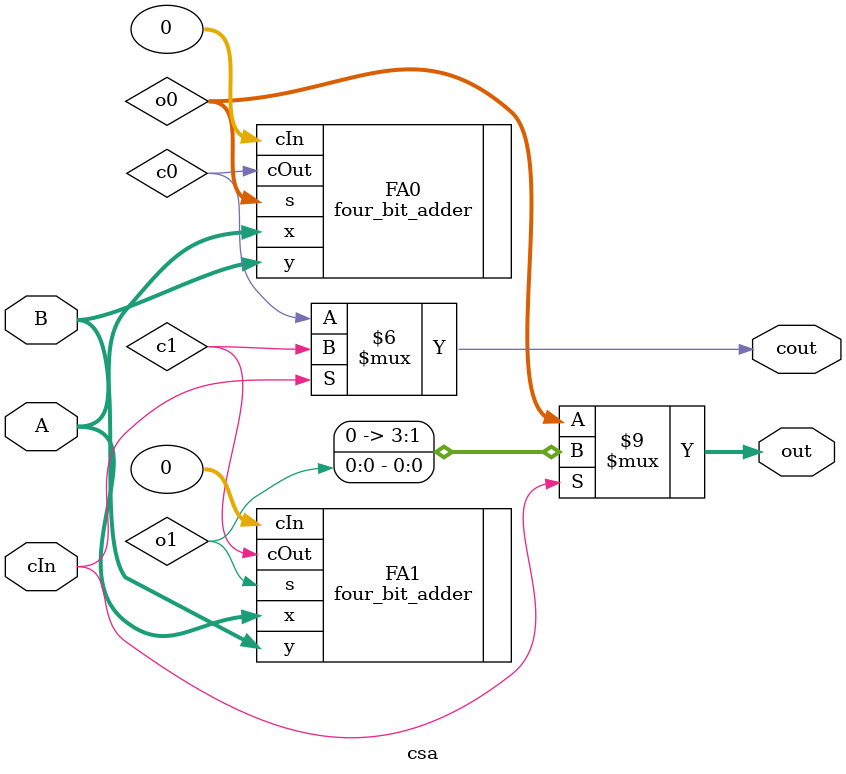
<source format=sv>
module carry_select_adder
(
    input   logic[8:0]     A,
    input   logic[8:0]     B,
    output  logic[8:0]     Sum,
    output  logic           COUT
);

    /* TODO
     *
     * Insert code here to implement a carry select.
     * Your code should be completly combinational (don't use always_ff or always_latch).
     * Feel free to create sub-modules or other files. */
	  
	  logic C0, C1;
	  csa0 FA0(.A(A[3:0]), .B(B[3:0]), .cIn(0), .out(Sum[3:0]), .cout(C0));
	  csa FA1(.A(A[7:4]), .B(B[7:4]), .cIn(C0), .out(Sum[7:4]), .cout(C1));
	  full_adder FA2(.x(A[8]), .y(B[8]), .cIn(c1), .s(Sum[8]), .cOut(COUT));
	  
	  
	    
endmodule




module csa0(input [3:0] A, input [3:0] B, input cIn, output logic [3:0] out, output logic cout);

	four_bit_adder bruh(.x(A[3:0]), .y(B[3:0]), .cIn(0), .s(out), .cOut(cout));

	
endmodule


module csa(input [3:0] A, input [3:0] B, input cIn, output logic [3:0] out, output logic cout);
	
	
	//carry0
	
	logic c0;
	logic [3:0] o0;
	
	four_bit_adder FA0(.x(A[3:0]), .y(B[3:0]), .cIn(0), .s(o0), .cOut(c0));
	
	
	
	
	//carry1
	logic c1;
	logic [3:0] o2;
	
	four_bit_adder FA1(.x(A[3:0]), .y(B[3:0]), .cIn(0), .s(o1), .cOut(c1));
	
	
	
	always_comb
	begin
	if(cIn == 0) begin
		 out = o0;
		 cout = c0;
	end
	else begin
		 out = o1;
		 cout = c1;
	end
	end
	//this syntax sucks so much ass
	
	
	
endmodule

</source>
